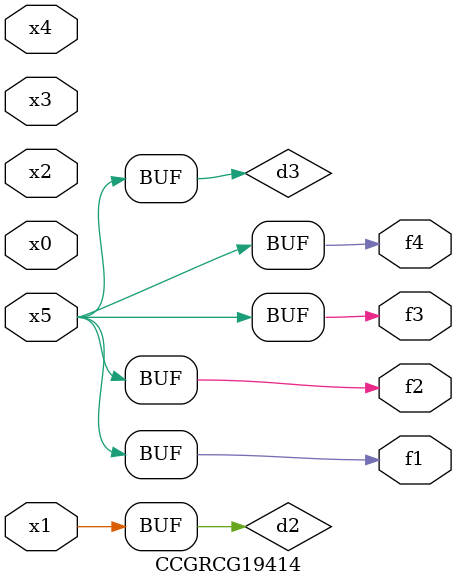
<source format=v>
module CCGRCG19414(
	input x0, x1, x2, x3, x4, x5,
	output f1, f2, f3, f4
);

	wire d1, d2, d3;

	not (d1, x5);
	or (d2, x1);
	xnor (d3, d1);
	assign f1 = d3;
	assign f2 = d3;
	assign f3 = d3;
	assign f4 = d3;
endmodule

</source>
